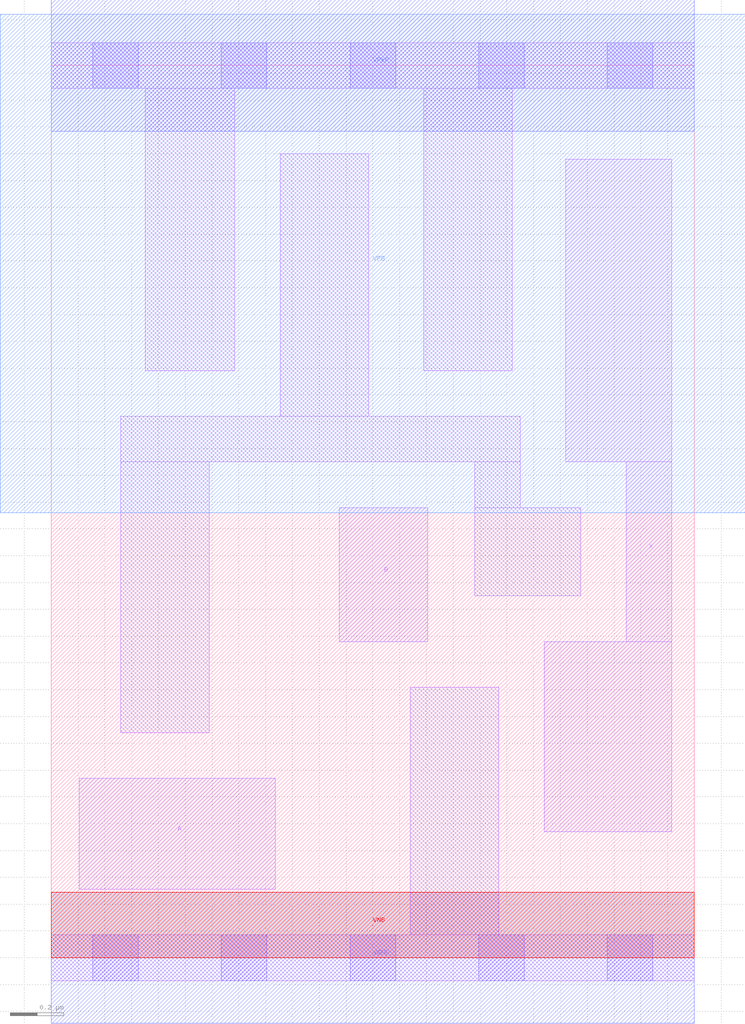
<source format=lef>
# Copyright 2020 The SkyWater PDK Authors
#
# Licensed under the Apache License, Version 2.0 (the "License");
# you may not use this file except in compliance with the License.
# You may obtain a copy of the License at
#
#     https://www.apache.org/licenses/LICENSE-2.0
#
# Unless required by applicable law or agreed to in writing, software
# distributed under the License is distributed on an "AS IS" BASIS,
# WITHOUT WARRANTIES OR CONDITIONS OF ANY KIND, either express or implied.
# See the License for the specific language governing permissions and
# limitations under the License.
#
# SPDX-License-Identifier: Apache-2.0

VERSION 5.7 ;
  NOWIREEXTENSIONATPIN ON ;
  DIVIDERCHAR "/" ;
  BUSBITCHARS "[]" ;
MACRO sky130_fd_sc_ls__and2_1
  CLASS CORE ;
  FOREIGN sky130_fd_sc_ls__and2_1 ;
  ORIGIN  0.000000  0.000000 ;
  SIZE  2.400000 BY  3.330000 ;
  SYMMETRY X Y ;
  SITE unit ;
  PIN A
    ANTENNAGATEAREA  0.222000 ;
    DIRECTION INPUT ;
    USE SIGNAL ;
    PORT
      LAYER li1 ;
        RECT 0.105000 0.255000 0.835000 0.670000 ;
    END
  END A
  PIN B
    ANTENNAGATEAREA  0.222000 ;
    DIRECTION INPUT ;
    USE SIGNAL ;
    PORT
      LAYER li1 ;
        RECT 1.075000 1.180000 1.405000 1.680000 ;
    END
  END B
  PIN X
    ANTENNADIFFAREA  0.541300 ;
    DIRECTION OUTPUT ;
    USE SIGNAL ;
    PORT
      LAYER li1 ;
        RECT 1.840000 0.470000 2.315000 1.180000 ;
        RECT 1.920000 1.850000 2.315000 2.980000 ;
        RECT 2.145000 1.180000 2.315000 1.850000 ;
    END
  END X
  PIN VGND
    DIRECTION INOUT ;
    SHAPE ABUTMENT ;
    USE GROUND ;
    PORT
      LAYER met1 ;
        RECT 0.000000 -0.245000 2.400000 0.245000 ;
    END
  END VGND
  PIN VNB
    DIRECTION INOUT ;
    USE GROUND ;
    PORT
      LAYER pwell ;
        RECT 0.000000 0.000000 2.400000 0.245000 ;
    END
  END VNB
  PIN VPB
    DIRECTION INOUT ;
    USE POWER ;
    PORT
      LAYER nwell ;
        RECT -0.190000 1.660000 2.590000 3.520000 ;
    END
  END VPB
  PIN VPWR
    DIRECTION INOUT ;
    SHAPE ABUTMENT ;
    USE POWER ;
    PORT
      LAYER met1 ;
        RECT 0.000000 3.085000 2.400000 3.575000 ;
    END
  END VPWR
  OBS
    LAYER li1 ;
      RECT 0.000000 -0.085000 2.400000 0.085000 ;
      RECT 0.000000  3.245000 2.400000 3.415000 ;
      RECT 0.260000  0.840000 0.590000 1.850000 ;
      RECT 0.260000  1.850000 1.750000 2.020000 ;
      RECT 0.350000  2.190000 0.685000 3.245000 ;
      RECT 0.855000  2.020000 1.185000 3.000000 ;
      RECT 1.340000  0.085000 1.670000 1.010000 ;
      RECT 1.390000  2.190000 1.720000 3.245000 ;
      RECT 1.580000  1.350000 1.975000 1.680000 ;
      RECT 1.580000  1.680000 1.750000 1.850000 ;
    LAYER mcon ;
      RECT 0.155000 -0.085000 0.325000 0.085000 ;
      RECT 0.155000  3.245000 0.325000 3.415000 ;
      RECT 0.635000 -0.085000 0.805000 0.085000 ;
      RECT 0.635000  3.245000 0.805000 3.415000 ;
      RECT 1.115000 -0.085000 1.285000 0.085000 ;
      RECT 1.115000  3.245000 1.285000 3.415000 ;
      RECT 1.595000 -0.085000 1.765000 0.085000 ;
      RECT 1.595000  3.245000 1.765000 3.415000 ;
      RECT 2.075000 -0.085000 2.245000 0.085000 ;
      RECT 2.075000  3.245000 2.245000 3.415000 ;
  END
END sky130_fd_sc_ls__and2_1
END LIBRARY

</source>
